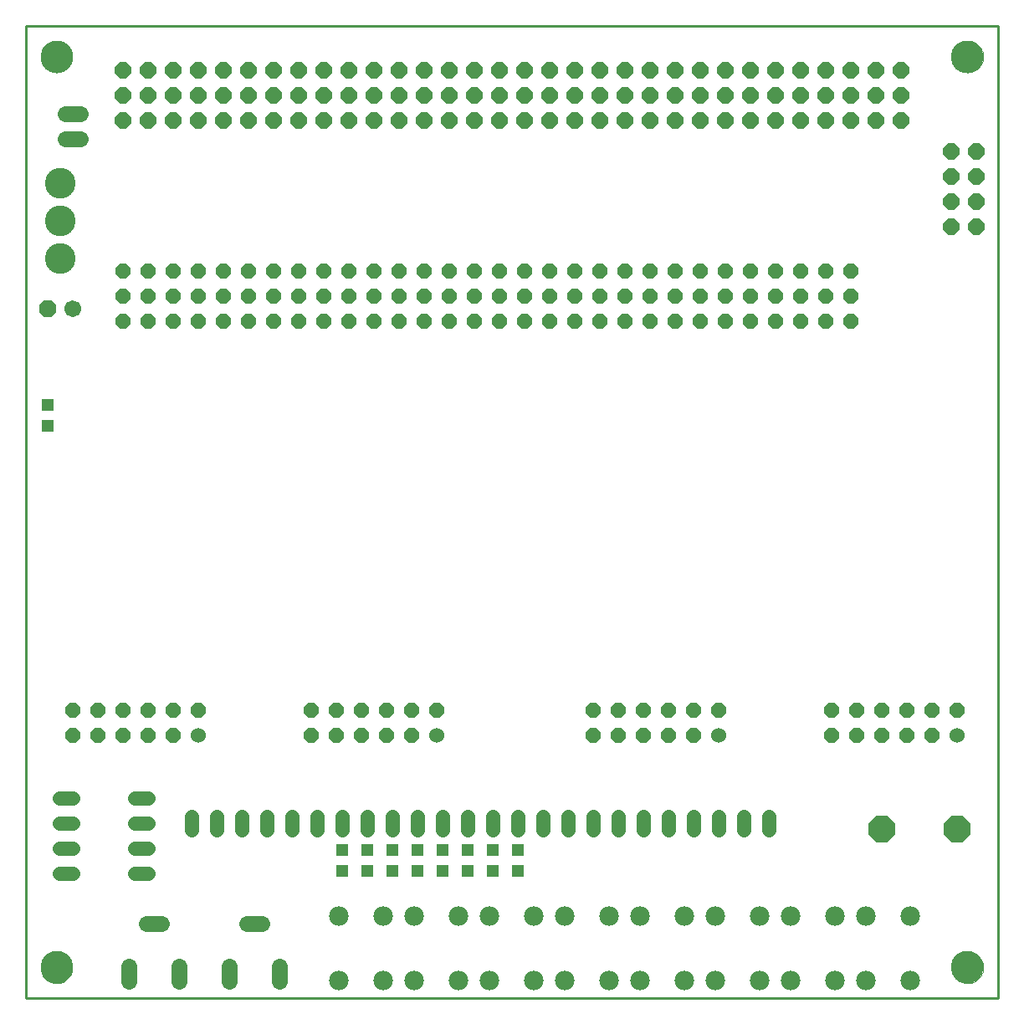
<source format=gts>
G75*
G70*
%OFA0B0*%
%FSLAX24Y24*%
%IPPOS*%
%LPD*%
%AMOC8*
5,1,8,0,0,1.08239X$1,22.5*
%
%ADD10C,0.0100*%
%ADD11C,0.0000*%
%ADD12C,0.1300*%
%ADD13OC8,0.0640*%
%ADD14C,0.0640*%
%ADD15C,0.1221*%
%ADD16R,0.0512X0.0512*%
%ADD17C,0.0560*%
%ADD18C,0.0780*%
%ADD19OC8,0.1040*%
%ADD20C,0.0600*%
%ADD21OC8,0.0600*%
%ADD22OC8,0.0670*%
%ADD23C,0.0670*%
D10*
X002638Y000643D02*
X002638Y039398D01*
X041393Y039398D01*
X041393Y000643D01*
X002638Y000643D01*
D11*
X003238Y001874D02*
X003240Y001924D01*
X003246Y001974D01*
X003256Y002023D01*
X003270Y002071D01*
X003287Y002118D01*
X003308Y002163D01*
X003333Y002207D01*
X003361Y002248D01*
X003393Y002287D01*
X003427Y002324D01*
X003464Y002358D01*
X003504Y002388D01*
X003546Y002415D01*
X003590Y002439D01*
X003636Y002460D01*
X003683Y002476D01*
X003731Y002489D01*
X003781Y002498D01*
X003830Y002503D01*
X003881Y002504D01*
X003931Y002501D01*
X003980Y002494D01*
X004029Y002483D01*
X004077Y002468D01*
X004123Y002450D01*
X004168Y002428D01*
X004211Y002402D01*
X004252Y002373D01*
X004291Y002341D01*
X004327Y002306D01*
X004359Y002268D01*
X004389Y002228D01*
X004416Y002185D01*
X004439Y002141D01*
X004458Y002095D01*
X004474Y002047D01*
X004486Y001998D01*
X004494Y001949D01*
X004498Y001899D01*
X004498Y001849D01*
X004494Y001799D01*
X004486Y001750D01*
X004474Y001701D01*
X004458Y001653D01*
X004439Y001607D01*
X004416Y001563D01*
X004389Y001520D01*
X004359Y001480D01*
X004327Y001442D01*
X004291Y001407D01*
X004252Y001375D01*
X004211Y001346D01*
X004168Y001320D01*
X004123Y001298D01*
X004077Y001280D01*
X004029Y001265D01*
X003980Y001254D01*
X003931Y001247D01*
X003881Y001244D01*
X003830Y001245D01*
X003781Y001250D01*
X003731Y001259D01*
X003683Y001272D01*
X003636Y001288D01*
X003590Y001309D01*
X003546Y001333D01*
X003504Y001360D01*
X003464Y001390D01*
X003427Y001424D01*
X003393Y001461D01*
X003361Y001500D01*
X003333Y001541D01*
X003308Y001585D01*
X003287Y001630D01*
X003270Y001677D01*
X003256Y001725D01*
X003246Y001774D01*
X003240Y001824D01*
X003238Y001874D01*
X003238Y038168D02*
X003240Y038218D01*
X003246Y038268D01*
X003256Y038317D01*
X003270Y038365D01*
X003287Y038412D01*
X003308Y038457D01*
X003333Y038501D01*
X003361Y038542D01*
X003393Y038581D01*
X003427Y038618D01*
X003464Y038652D01*
X003504Y038682D01*
X003546Y038709D01*
X003590Y038733D01*
X003636Y038754D01*
X003683Y038770D01*
X003731Y038783D01*
X003781Y038792D01*
X003830Y038797D01*
X003881Y038798D01*
X003931Y038795D01*
X003980Y038788D01*
X004029Y038777D01*
X004077Y038762D01*
X004123Y038744D01*
X004168Y038722D01*
X004211Y038696D01*
X004252Y038667D01*
X004291Y038635D01*
X004327Y038600D01*
X004359Y038562D01*
X004389Y038522D01*
X004416Y038479D01*
X004439Y038435D01*
X004458Y038389D01*
X004474Y038341D01*
X004486Y038292D01*
X004494Y038243D01*
X004498Y038193D01*
X004498Y038143D01*
X004494Y038093D01*
X004486Y038044D01*
X004474Y037995D01*
X004458Y037947D01*
X004439Y037901D01*
X004416Y037857D01*
X004389Y037814D01*
X004359Y037774D01*
X004327Y037736D01*
X004291Y037701D01*
X004252Y037669D01*
X004211Y037640D01*
X004168Y037614D01*
X004123Y037592D01*
X004077Y037574D01*
X004029Y037559D01*
X003980Y037548D01*
X003931Y037541D01*
X003881Y037538D01*
X003830Y037539D01*
X003781Y037544D01*
X003731Y037553D01*
X003683Y037566D01*
X003636Y037582D01*
X003590Y037603D01*
X003546Y037627D01*
X003504Y037654D01*
X003464Y037684D01*
X003427Y037718D01*
X003393Y037755D01*
X003361Y037794D01*
X003333Y037835D01*
X003308Y037879D01*
X003287Y037924D01*
X003270Y037971D01*
X003256Y038019D01*
X003246Y038068D01*
X003240Y038118D01*
X003238Y038168D01*
X039532Y038168D02*
X039534Y038218D01*
X039540Y038268D01*
X039550Y038317D01*
X039564Y038365D01*
X039581Y038412D01*
X039602Y038457D01*
X039627Y038501D01*
X039655Y038542D01*
X039687Y038581D01*
X039721Y038618D01*
X039758Y038652D01*
X039798Y038682D01*
X039840Y038709D01*
X039884Y038733D01*
X039930Y038754D01*
X039977Y038770D01*
X040025Y038783D01*
X040075Y038792D01*
X040124Y038797D01*
X040175Y038798D01*
X040225Y038795D01*
X040274Y038788D01*
X040323Y038777D01*
X040371Y038762D01*
X040417Y038744D01*
X040462Y038722D01*
X040505Y038696D01*
X040546Y038667D01*
X040585Y038635D01*
X040621Y038600D01*
X040653Y038562D01*
X040683Y038522D01*
X040710Y038479D01*
X040733Y038435D01*
X040752Y038389D01*
X040768Y038341D01*
X040780Y038292D01*
X040788Y038243D01*
X040792Y038193D01*
X040792Y038143D01*
X040788Y038093D01*
X040780Y038044D01*
X040768Y037995D01*
X040752Y037947D01*
X040733Y037901D01*
X040710Y037857D01*
X040683Y037814D01*
X040653Y037774D01*
X040621Y037736D01*
X040585Y037701D01*
X040546Y037669D01*
X040505Y037640D01*
X040462Y037614D01*
X040417Y037592D01*
X040371Y037574D01*
X040323Y037559D01*
X040274Y037548D01*
X040225Y037541D01*
X040175Y037538D01*
X040124Y037539D01*
X040075Y037544D01*
X040025Y037553D01*
X039977Y037566D01*
X039930Y037582D01*
X039884Y037603D01*
X039840Y037627D01*
X039798Y037654D01*
X039758Y037684D01*
X039721Y037718D01*
X039687Y037755D01*
X039655Y037794D01*
X039627Y037835D01*
X039602Y037879D01*
X039581Y037924D01*
X039564Y037971D01*
X039550Y038019D01*
X039540Y038068D01*
X039534Y038118D01*
X039532Y038168D01*
X039532Y001874D02*
X039534Y001924D01*
X039540Y001974D01*
X039550Y002023D01*
X039564Y002071D01*
X039581Y002118D01*
X039602Y002163D01*
X039627Y002207D01*
X039655Y002248D01*
X039687Y002287D01*
X039721Y002324D01*
X039758Y002358D01*
X039798Y002388D01*
X039840Y002415D01*
X039884Y002439D01*
X039930Y002460D01*
X039977Y002476D01*
X040025Y002489D01*
X040075Y002498D01*
X040124Y002503D01*
X040175Y002504D01*
X040225Y002501D01*
X040274Y002494D01*
X040323Y002483D01*
X040371Y002468D01*
X040417Y002450D01*
X040462Y002428D01*
X040505Y002402D01*
X040546Y002373D01*
X040585Y002341D01*
X040621Y002306D01*
X040653Y002268D01*
X040683Y002228D01*
X040710Y002185D01*
X040733Y002141D01*
X040752Y002095D01*
X040768Y002047D01*
X040780Y001998D01*
X040788Y001949D01*
X040792Y001899D01*
X040792Y001849D01*
X040788Y001799D01*
X040780Y001750D01*
X040768Y001701D01*
X040752Y001653D01*
X040733Y001607D01*
X040710Y001563D01*
X040683Y001520D01*
X040653Y001480D01*
X040621Y001442D01*
X040585Y001407D01*
X040546Y001375D01*
X040505Y001346D01*
X040462Y001320D01*
X040417Y001298D01*
X040371Y001280D01*
X040323Y001265D01*
X040274Y001254D01*
X040225Y001247D01*
X040175Y001244D01*
X040124Y001245D01*
X040075Y001250D01*
X040025Y001259D01*
X039977Y001272D01*
X039930Y001288D01*
X039884Y001309D01*
X039840Y001333D01*
X039798Y001360D01*
X039758Y001390D01*
X039721Y001424D01*
X039687Y001461D01*
X039655Y001500D01*
X039627Y001541D01*
X039602Y001585D01*
X039581Y001630D01*
X039564Y001677D01*
X039550Y001725D01*
X039540Y001774D01*
X039534Y001824D01*
X039532Y001874D01*
D12*
X040162Y001874D03*
X040162Y038168D03*
X003868Y038168D03*
X003868Y001874D03*
D13*
X006500Y035627D03*
X006500Y036627D03*
X007500Y036627D03*
X007500Y035627D03*
X008500Y035627D03*
X008500Y036627D03*
X009500Y036627D03*
X009500Y035627D03*
X010500Y035627D03*
X010500Y036627D03*
X011500Y036627D03*
X012500Y036627D03*
X012500Y035627D03*
X011500Y035627D03*
X011500Y037627D03*
X010500Y037627D03*
X009500Y037627D03*
X008500Y037627D03*
X007500Y037627D03*
X006500Y037627D03*
X012500Y037627D03*
X013500Y037627D03*
X014500Y037627D03*
X015500Y037627D03*
X016500Y037627D03*
X017500Y037627D03*
X018500Y037627D03*
X019500Y037627D03*
X020500Y037627D03*
X021500Y037627D03*
X022500Y037627D03*
X023500Y037627D03*
X024500Y037627D03*
X025500Y037627D03*
X026500Y037627D03*
X027500Y037627D03*
X028500Y037627D03*
X029500Y037627D03*
X030500Y037627D03*
X031500Y037627D03*
X032500Y037627D03*
X033500Y037627D03*
X034500Y037627D03*
X035500Y037627D03*
X036500Y037627D03*
X037500Y037627D03*
X037500Y036627D03*
X036500Y036627D03*
X035500Y036627D03*
X035500Y035627D03*
X036500Y035627D03*
X037500Y035627D03*
X039500Y034377D03*
X039500Y033377D03*
X040500Y033377D03*
X040500Y034377D03*
X040500Y032377D03*
X040500Y031377D03*
X039500Y031377D03*
X039500Y032377D03*
X034500Y035627D03*
X034500Y036627D03*
X033500Y036627D03*
X033500Y035627D03*
X032500Y035627D03*
X032500Y036627D03*
X031500Y036627D03*
X030500Y036627D03*
X030500Y035627D03*
X031500Y035627D03*
X029500Y035627D03*
X029500Y036627D03*
X028500Y036627D03*
X028500Y035627D03*
X027500Y035627D03*
X027500Y036627D03*
X026500Y036627D03*
X025500Y036627D03*
X025500Y035627D03*
X026500Y035627D03*
X024500Y035627D03*
X024500Y036627D03*
X023500Y036627D03*
X023500Y035627D03*
X022500Y035627D03*
X022500Y036627D03*
X021500Y036627D03*
X020500Y036627D03*
X020500Y035627D03*
X021500Y035627D03*
X019500Y035627D03*
X019500Y036627D03*
X018500Y036627D03*
X018500Y035627D03*
X017500Y035627D03*
X017500Y036627D03*
X016500Y036627D03*
X015500Y036627D03*
X015500Y035627D03*
X016500Y035627D03*
X014500Y035627D03*
X014500Y036627D03*
X013500Y036627D03*
X013500Y035627D03*
D14*
X004800Y035877D02*
X004200Y035877D01*
X004200Y034877D02*
X004800Y034877D01*
X007450Y003627D02*
X008050Y003627D01*
X008750Y001927D02*
X008750Y001327D01*
X006750Y001327D02*
X006750Y001927D01*
X010750Y001927D02*
X010750Y001327D01*
X012750Y001327D02*
X012750Y001927D01*
X012050Y003627D02*
X011450Y003627D01*
D15*
X004000Y030127D03*
X004000Y031627D03*
X004000Y033127D03*
D16*
X003500Y024290D03*
X003500Y023463D03*
X015250Y006540D03*
X015250Y005713D03*
X016250Y005713D03*
X016250Y006540D03*
X017250Y006540D03*
X017250Y005713D03*
X018250Y005713D03*
X018250Y006540D03*
X019250Y006540D03*
X019250Y005713D03*
X020250Y005713D03*
X020250Y006540D03*
X021250Y006540D03*
X021250Y005713D03*
X022250Y005713D03*
X022250Y006540D03*
D17*
X022250Y007367D02*
X022250Y007887D01*
X023250Y007887D02*
X023250Y007367D01*
X024250Y007367D02*
X024250Y007887D01*
X025250Y007887D02*
X025250Y007367D01*
X026250Y007367D02*
X026250Y007887D01*
X027250Y007887D02*
X027250Y007367D01*
X028250Y007367D02*
X028250Y007887D01*
X029250Y007887D02*
X029250Y007367D01*
X030250Y007367D02*
X030250Y007887D01*
X031250Y007887D02*
X031250Y007367D01*
X032250Y007367D02*
X032250Y007887D01*
X021250Y007887D02*
X021250Y007367D01*
X020250Y007367D02*
X020250Y007887D01*
X019250Y007887D02*
X019250Y007367D01*
X018250Y007367D02*
X018250Y007887D01*
X017250Y007887D02*
X017250Y007367D01*
X016250Y007367D02*
X016250Y007887D01*
X015250Y007887D02*
X015250Y007367D01*
X014250Y007367D02*
X014250Y007887D01*
X013250Y007887D02*
X013250Y007367D01*
X012250Y007367D02*
X012250Y007887D01*
X011250Y007887D02*
X011250Y007367D01*
X010250Y007367D02*
X010250Y007887D01*
X009250Y007887D02*
X009250Y007367D01*
X007510Y007627D02*
X006990Y007627D01*
X006990Y008627D02*
X007510Y008627D01*
X007510Y006627D02*
X006990Y006627D01*
X006990Y005627D02*
X007510Y005627D01*
X004510Y005627D02*
X003990Y005627D01*
X003990Y006627D02*
X004510Y006627D01*
X004510Y007627D02*
X003990Y007627D01*
X003990Y008627D02*
X004510Y008627D01*
D18*
X015110Y003907D03*
X016890Y003907D03*
X018110Y003907D03*
X019890Y003907D03*
X021110Y003907D03*
X022890Y003907D03*
X024110Y003907D03*
X025890Y003907D03*
X027110Y003907D03*
X028890Y003907D03*
X030110Y003907D03*
X031890Y003907D03*
X033110Y003907D03*
X034890Y003907D03*
X036110Y003907D03*
X037890Y003907D03*
X037890Y001347D03*
X036110Y001347D03*
X034890Y001347D03*
X033110Y001347D03*
X031890Y001347D03*
X030110Y001347D03*
X028890Y001347D03*
X027110Y001347D03*
X025890Y001347D03*
X024110Y001347D03*
X022890Y001347D03*
X021110Y001347D03*
X019890Y001347D03*
X018110Y001347D03*
X016890Y001347D03*
X015110Y001347D03*
D19*
X036750Y007377D03*
X039750Y007377D03*
D20*
X039750Y011127D03*
X030250Y011127D03*
X019000Y011127D03*
X009500Y011127D03*
D21*
X009500Y012127D03*
X008500Y012127D03*
X008500Y011127D03*
X007500Y011127D03*
X007500Y012127D03*
X006500Y012127D03*
X005500Y012127D03*
X005500Y011127D03*
X006500Y011127D03*
X004500Y011127D03*
X004500Y012127D03*
X014000Y012127D03*
X015000Y012127D03*
X015000Y011127D03*
X014000Y011127D03*
X016000Y011127D03*
X016000Y012127D03*
X017000Y012127D03*
X017000Y011127D03*
X018000Y011127D03*
X018000Y012127D03*
X019000Y012127D03*
X025250Y012127D03*
X026250Y012127D03*
X026250Y011127D03*
X025250Y011127D03*
X027250Y011127D03*
X027250Y012127D03*
X028250Y012127D03*
X028250Y011127D03*
X029250Y011127D03*
X029250Y012127D03*
X030250Y012127D03*
X034750Y012127D03*
X035750Y012127D03*
X035750Y011127D03*
X034750Y011127D03*
X036750Y011127D03*
X036750Y012127D03*
X037750Y012127D03*
X038750Y012127D03*
X038750Y011127D03*
X037750Y011127D03*
X039750Y012127D03*
X035500Y027627D03*
X035500Y028627D03*
X035500Y029627D03*
X034500Y029627D03*
X033500Y029627D03*
X032500Y029627D03*
X031500Y029627D03*
X030500Y029627D03*
X029500Y029627D03*
X028500Y029627D03*
X027500Y029627D03*
X026500Y029627D03*
X025500Y029627D03*
X024500Y029627D03*
X023500Y029627D03*
X022500Y029627D03*
X021500Y029627D03*
X020500Y029627D03*
X019500Y029627D03*
X018500Y029627D03*
X017500Y029627D03*
X016500Y029627D03*
X015500Y029627D03*
X014500Y029627D03*
X013500Y029627D03*
X012500Y029627D03*
X011500Y029627D03*
X010500Y029627D03*
X009500Y029627D03*
X008500Y029627D03*
X007500Y029627D03*
X006500Y029627D03*
X006500Y028627D03*
X007500Y028627D03*
X007500Y027627D03*
X006500Y027627D03*
X008500Y027627D03*
X008500Y028627D03*
X009500Y028627D03*
X009500Y027627D03*
X010500Y027627D03*
X010500Y028627D03*
X011500Y028627D03*
X012500Y028627D03*
X012500Y027627D03*
X011500Y027627D03*
X013500Y027627D03*
X013500Y028627D03*
X014500Y028627D03*
X014500Y027627D03*
X015500Y027627D03*
X015500Y028627D03*
X016500Y028627D03*
X017500Y028627D03*
X017500Y027627D03*
X016500Y027627D03*
X018500Y027627D03*
X018500Y028627D03*
X019500Y028627D03*
X019500Y027627D03*
X020500Y027627D03*
X020500Y028627D03*
X021500Y028627D03*
X022500Y028627D03*
X022500Y027627D03*
X021500Y027627D03*
X023500Y027627D03*
X023500Y028627D03*
X024500Y028627D03*
X024500Y027627D03*
X025500Y027627D03*
X025500Y028627D03*
X026500Y028627D03*
X027500Y028627D03*
X027500Y027627D03*
X026500Y027627D03*
X028500Y027627D03*
X028500Y028627D03*
X029500Y028627D03*
X029500Y027627D03*
X030500Y027627D03*
X030500Y028627D03*
X031500Y028627D03*
X032500Y028627D03*
X032500Y027627D03*
X031500Y027627D03*
X033500Y027627D03*
X033500Y028627D03*
X034500Y028627D03*
X034500Y027627D03*
D22*
X003500Y028127D03*
D23*
X004500Y028127D03*
M02*

</source>
